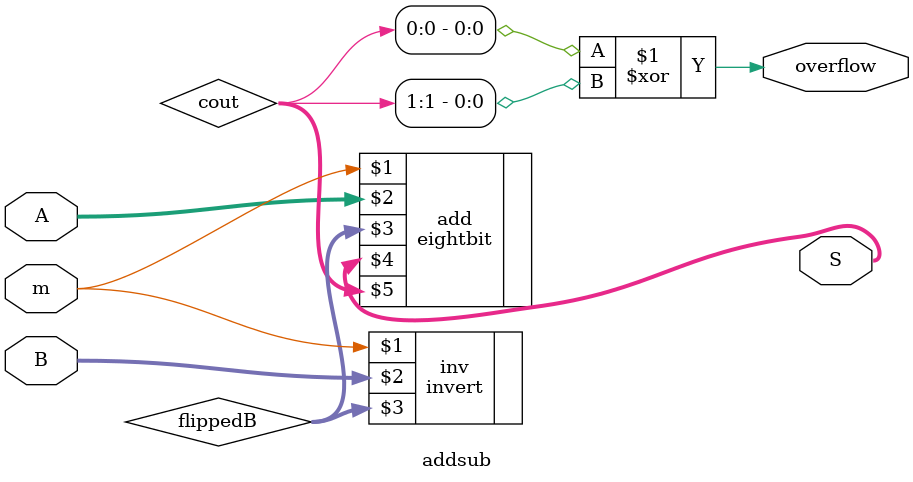
<source format=v>
`timescale 1ns/100ps
`include "eightbit.v"
`include "invert.v"

module addsub(m, A, B, overflow, S);

	input m;
	input [7:0] A, B;
	output overflow;
	output [7:0] S;
	
	wire [7:0] flippedB;
	wire [1:0] cout;
	
	invert inv(m, B, flippedB);
	eightbit add(m, A, flippedB, S, cout);
	
	xor overflowcheck(overflow, cout[0], cout[1]);

endmodule
</source>
